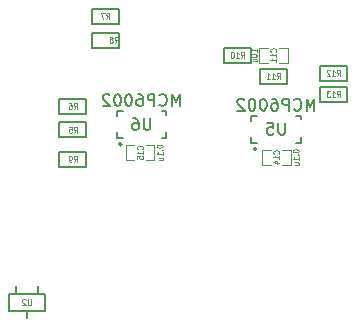
<source format=gbo>
G04 (created by PCBNEW (2013-mar-13)-testing) date Fri 28 Feb 2014 04:48:04 PM CET*
%MOIN*%
G04 Gerber Fmt 3.4, Leading zero omitted, Abs format*
%FSLAX34Y34*%
G01*
G70*
G90*
G04 APERTURE LIST*
%ADD10C,0.005906*%
%ADD11C,0.004700*%
%ADD12C,0.005000*%
%ADD13C,0.004500*%
%ADD14C,0.003900*%
G04 APERTURE END LIST*
G54D10*
G54D11*
X49597Y-22644D02*
X49872Y-22644D01*
X49203Y-22644D02*
X48928Y-22644D01*
X49597Y-23156D02*
X49872Y-23156D01*
X48928Y-23156D02*
X49203Y-23156D01*
X49872Y-23150D02*
X49872Y-22650D01*
X48928Y-22650D02*
X48928Y-23150D01*
X49303Y-26556D02*
X49028Y-26556D01*
X49697Y-26556D02*
X49972Y-26556D01*
X49303Y-26044D02*
X49028Y-26044D01*
X49972Y-26044D02*
X49697Y-26044D01*
X49028Y-26050D02*
X49028Y-26550D01*
X49972Y-26550D02*
X49972Y-26050D01*
X44763Y-26397D02*
X44488Y-26397D01*
X45157Y-26397D02*
X45432Y-26397D01*
X44763Y-25885D02*
X44488Y-25885D01*
X45432Y-25885D02*
X45157Y-25885D01*
X44488Y-25891D02*
X44488Y-26391D01*
X45432Y-26391D02*
X45432Y-25891D01*
G54D12*
X42266Y-25643D02*
X43166Y-25643D01*
X43166Y-25643D02*
X43166Y-25143D01*
X43166Y-25143D02*
X42266Y-25143D01*
X42266Y-25143D02*
X42266Y-25643D01*
X42266Y-24856D02*
X43166Y-24856D01*
X43166Y-24856D02*
X43166Y-24356D01*
X43166Y-24356D02*
X42266Y-24356D01*
X42266Y-24356D02*
X42266Y-24856D01*
X44250Y-21350D02*
X43350Y-21350D01*
X43350Y-21350D02*
X43350Y-21850D01*
X43350Y-21850D02*
X44250Y-21850D01*
X44250Y-21850D02*
X44250Y-21350D01*
X43350Y-22650D02*
X44250Y-22650D01*
X44250Y-22650D02*
X44250Y-22150D01*
X44250Y-22150D02*
X43350Y-22150D01*
X43350Y-22150D02*
X43350Y-22650D01*
X42266Y-26627D02*
X43166Y-26627D01*
X43166Y-26627D02*
X43166Y-26127D01*
X43166Y-26127D02*
X42266Y-26127D01*
X42266Y-26127D02*
X42266Y-26627D01*
X47750Y-23150D02*
X48650Y-23150D01*
X48650Y-23150D02*
X48650Y-22650D01*
X48650Y-22650D02*
X47750Y-22650D01*
X47750Y-22650D02*
X47750Y-23150D01*
X48950Y-23850D02*
X49850Y-23850D01*
X49850Y-23850D02*
X49850Y-23350D01*
X49850Y-23350D02*
X48950Y-23350D01*
X48950Y-23350D02*
X48950Y-23850D01*
X50950Y-23750D02*
X51850Y-23750D01*
X51850Y-23750D02*
X51850Y-23250D01*
X51850Y-23250D02*
X50950Y-23250D01*
X50950Y-23250D02*
X50950Y-23750D01*
X51850Y-23950D02*
X50950Y-23950D01*
X50950Y-23950D02*
X50950Y-24450D01*
X50950Y-24450D02*
X51850Y-24450D01*
X51850Y-24450D02*
X51850Y-23950D01*
X41556Y-30866D02*
X41556Y-30606D01*
X40806Y-30866D02*
X40806Y-30606D01*
X41181Y-31416D02*
X41181Y-31676D01*
X40591Y-31416D02*
X41771Y-31416D01*
X41771Y-31416D02*
X41771Y-30866D01*
X41771Y-30866D02*
X40591Y-30866D01*
X40591Y-30866D02*
X40591Y-31416D01*
G54D10*
X48835Y-26023D02*
G75*
G03X48835Y-26023I-55J0D01*
G74*
G01*
X48858Y-24921D02*
X48661Y-24921D01*
X48661Y-24921D02*
X48661Y-25078D01*
X50314Y-24921D02*
X50157Y-24921D01*
X50314Y-25039D02*
X50314Y-24921D01*
X50157Y-25826D02*
X50314Y-25826D01*
X50314Y-25826D02*
X50314Y-25629D01*
X48661Y-25629D02*
X48661Y-25826D01*
X48661Y-25826D02*
X48858Y-25826D01*
X44347Y-25866D02*
G75*
G03X44347Y-25866I-55J0D01*
G74*
G01*
X44370Y-24763D02*
X44173Y-24763D01*
X44173Y-24763D02*
X44173Y-24921D01*
X45826Y-24763D02*
X45669Y-24763D01*
X45826Y-24881D02*
X45826Y-24763D01*
X45669Y-25669D02*
X45826Y-25669D01*
X45826Y-25669D02*
X45826Y-25472D01*
X44173Y-25472D02*
X44173Y-25669D01*
X44173Y-25669D02*
X44370Y-25669D01*
G54D13*
X49471Y-22784D02*
X49480Y-22775D01*
X49490Y-22750D01*
X49490Y-22732D01*
X49480Y-22707D01*
X49461Y-22690D01*
X49442Y-22681D01*
X49404Y-22672D01*
X49376Y-22672D01*
X49338Y-22681D01*
X49319Y-22690D01*
X49300Y-22707D01*
X49290Y-22732D01*
X49290Y-22750D01*
X49300Y-22775D01*
X49309Y-22784D01*
X49490Y-22955D02*
X49490Y-22852D01*
X49490Y-22904D02*
X49290Y-22904D01*
X49319Y-22887D01*
X49338Y-22870D01*
X49347Y-22852D01*
X49490Y-23127D02*
X49490Y-23024D01*
X49490Y-23075D02*
X49290Y-23075D01*
X49319Y-23058D01*
X49338Y-23041D01*
X49347Y-23024D01*
X48840Y-22784D02*
X48840Y-22681D01*
X48840Y-22732D02*
X48640Y-22732D01*
X48669Y-22715D01*
X48688Y-22698D01*
X48697Y-22681D01*
X48640Y-22895D02*
X48640Y-22912D01*
X48650Y-22930D01*
X48659Y-22938D01*
X48678Y-22947D01*
X48716Y-22955D01*
X48764Y-22955D01*
X48802Y-22947D01*
X48821Y-22938D01*
X48830Y-22930D01*
X48840Y-22912D01*
X48840Y-22895D01*
X48830Y-22878D01*
X48821Y-22870D01*
X48802Y-22861D01*
X48764Y-22852D01*
X48716Y-22852D01*
X48678Y-22861D01*
X48659Y-22870D01*
X48650Y-22878D01*
X48640Y-22895D01*
X48707Y-23110D02*
X48840Y-23110D01*
X48707Y-23032D02*
X48811Y-23032D01*
X48830Y-23041D01*
X48840Y-23058D01*
X48840Y-23084D01*
X48830Y-23101D01*
X48821Y-23110D01*
X49571Y-26184D02*
X49580Y-26175D01*
X49590Y-26150D01*
X49590Y-26132D01*
X49580Y-26107D01*
X49561Y-26090D01*
X49542Y-26081D01*
X49504Y-26072D01*
X49476Y-26072D01*
X49438Y-26081D01*
X49419Y-26090D01*
X49400Y-26107D01*
X49390Y-26132D01*
X49390Y-26150D01*
X49400Y-26175D01*
X49409Y-26184D01*
X49590Y-26355D02*
X49590Y-26252D01*
X49590Y-26304D02*
X49390Y-26304D01*
X49419Y-26287D01*
X49438Y-26270D01*
X49447Y-26252D01*
X49457Y-26510D02*
X49590Y-26510D01*
X49380Y-26467D02*
X49523Y-26424D01*
X49523Y-26535D01*
X50040Y-26081D02*
X50040Y-26098D01*
X50050Y-26115D01*
X50059Y-26124D01*
X50078Y-26132D01*
X50116Y-26141D01*
X50164Y-26141D01*
X50202Y-26132D01*
X50221Y-26124D01*
X50230Y-26115D01*
X50240Y-26098D01*
X50240Y-26081D01*
X50230Y-26064D01*
X50221Y-26055D01*
X50202Y-26047D01*
X50164Y-26038D01*
X50116Y-26038D01*
X50078Y-26047D01*
X50059Y-26055D01*
X50050Y-26064D01*
X50040Y-26081D01*
X50221Y-26218D02*
X50230Y-26227D01*
X50240Y-26218D01*
X50230Y-26210D01*
X50221Y-26218D01*
X50240Y-26218D01*
X50240Y-26398D02*
X50240Y-26295D01*
X50240Y-26347D02*
X50040Y-26347D01*
X50069Y-26330D01*
X50088Y-26312D01*
X50097Y-26295D01*
X50107Y-26552D02*
X50240Y-26552D01*
X50107Y-26475D02*
X50211Y-26475D01*
X50230Y-26484D01*
X50240Y-26501D01*
X50240Y-26527D01*
X50230Y-26544D01*
X50221Y-26552D01*
X45032Y-26026D02*
X45041Y-26017D01*
X45051Y-25991D01*
X45051Y-25974D01*
X45041Y-25948D01*
X45022Y-25931D01*
X45003Y-25923D01*
X44965Y-25914D01*
X44936Y-25914D01*
X44898Y-25923D01*
X44879Y-25931D01*
X44860Y-25948D01*
X44851Y-25974D01*
X44851Y-25991D01*
X44860Y-26017D01*
X44870Y-26026D01*
X45051Y-26197D02*
X45051Y-26094D01*
X45051Y-26146D02*
X44851Y-26146D01*
X44879Y-26128D01*
X44898Y-26111D01*
X44908Y-26094D01*
X44851Y-26360D02*
X44851Y-26274D01*
X44946Y-26266D01*
X44936Y-26274D01*
X44927Y-26291D01*
X44927Y-26334D01*
X44936Y-26351D01*
X44946Y-26360D01*
X44965Y-26368D01*
X45013Y-26368D01*
X45032Y-26360D01*
X45041Y-26351D01*
X45051Y-26334D01*
X45051Y-26291D01*
X45041Y-26274D01*
X45032Y-26266D01*
X45501Y-25923D02*
X45501Y-25940D01*
X45510Y-25957D01*
X45520Y-25966D01*
X45539Y-25974D01*
X45577Y-25983D01*
X45624Y-25983D01*
X45663Y-25974D01*
X45682Y-25966D01*
X45691Y-25957D01*
X45701Y-25940D01*
X45701Y-25923D01*
X45691Y-25906D01*
X45682Y-25897D01*
X45663Y-25888D01*
X45624Y-25880D01*
X45577Y-25880D01*
X45539Y-25888D01*
X45520Y-25897D01*
X45510Y-25906D01*
X45501Y-25923D01*
X45682Y-26060D02*
X45691Y-26068D01*
X45701Y-26060D01*
X45691Y-26051D01*
X45682Y-26060D01*
X45701Y-26060D01*
X45701Y-26240D02*
X45701Y-26137D01*
X45701Y-26188D02*
X45501Y-26188D01*
X45529Y-26171D01*
X45548Y-26154D01*
X45558Y-26137D01*
X45567Y-26394D02*
X45701Y-26394D01*
X45567Y-26317D02*
X45672Y-26317D01*
X45691Y-26326D01*
X45701Y-26343D01*
X45701Y-26368D01*
X45691Y-26386D01*
X45682Y-26394D01*
X42746Y-25484D02*
X42806Y-25388D01*
X42849Y-25484D02*
X42849Y-25284D01*
X42780Y-25284D01*
X42763Y-25293D01*
X42755Y-25303D01*
X42746Y-25322D01*
X42746Y-25350D01*
X42755Y-25369D01*
X42763Y-25379D01*
X42780Y-25388D01*
X42849Y-25388D01*
X42583Y-25284D02*
X42669Y-25284D01*
X42677Y-25379D01*
X42669Y-25369D01*
X42652Y-25360D01*
X42609Y-25360D01*
X42592Y-25369D01*
X42583Y-25379D01*
X42575Y-25398D01*
X42575Y-25446D01*
X42583Y-25465D01*
X42592Y-25474D01*
X42609Y-25484D01*
X42652Y-25484D01*
X42669Y-25474D01*
X42677Y-25465D01*
X42746Y-24696D02*
X42806Y-24601D01*
X42849Y-24696D02*
X42849Y-24496D01*
X42780Y-24496D01*
X42763Y-24506D01*
X42755Y-24515D01*
X42746Y-24534D01*
X42746Y-24563D01*
X42755Y-24582D01*
X42763Y-24592D01*
X42780Y-24601D01*
X42849Y-24601D01*
X42592Y-24496D02*
X42626Y-24496D01*
X42643Y-24506D01*
X42652Y-24515D01*
X42669Y-24544D01*
X42677Y-24582D01*
X42677Y-24658D01*
X42669Y-24677D01*
X42660Y-24687D01*
X42643Y-24696D01*
X42609Y-24696D01*
X42592Y-24687D01*
X42583Y-24677D01*
X42575Y-24658D01*
X42575Y-24611D01*
X42583Y-24592D01*
X42592Y-24582D01*
X42609Y-24572D01*
X42643Y-24572D01*
X42660Y-24582D01*
X42669Y-24592D01*
X42677Y-24611D01*
X43830Y-21690D02*
X43890Y-21595D01*
X43932Y-21690D02*
X43932Y-21490D01*
X43864Y-21490D01*
X43847Y-21500D01*
X43838Y-21509D01*
X43830Y-21528D01*
X43830Y-21557D01*
X43838Y-21576D01*
X43847Y-21585D01*
X43864Y-21595D01*
X43932Y-21595D01*
X43770Y-21490D02*
X43650Y-21490D01*
X43727Y-21690D01*
X44111Y-22492D02*
X44171Y-22396D01*
X44213Y-22492D02*
X44213Y-22292D01*
X44145Y-22292D01*
X44128Y-22301D01*
X44119Y-22311D01*
X44111Y-22330D01*
X44111Y-22358D01*
X44119Y-22377D01*
X44128Y-22387D01*
X44145Y-22396D01*
X44213Y-22396D01*
X44008Y-22377D02*
X44025Y-22368D01*
X44033Y-22358D01*
X44042Y-22339D01*
X44042Y-22330D01*
X44033Y-22311D01*
X44025Y-22301D01*
X44008Y-22292D01*
X43973Y-22292D01*
X43956Y-22301D01*
X43948Y-22311D01*
X43939Y-22330D01*
X43939Y-22339D01*
X43948Y-22358D01*
X43956Y-22368D01*
X43973Y-22377D01*
X44008Y-22377D01*
X44025Y-22387D01*
X44033Y-22396D01*
X44042Y-22415D01*
X44042Y-22453D01*
X44033Y-22473D01*
X44025Y-22482D01*
X44008Y-22492D01*
X43973Y-22492D01*
X43956Y-22482D01*
X43948Y-22473D01*
X43939Y-22453D01*
X43939Y-22415D01*
X43948Y-22396D01*
X43956Y-22387D01*
X43973Y-22377D01*
X42746Y-26468D02*
X42806Y-26373D01*
X42849Y-26468D02*
X42849Y-26268D01*
X42780Y-26268D01*
X42763Y-26277D01*
X42755Y-26287D01*
X42746Y-26306D01*
X42746Y-26335D01*
X42755Y-26354D01*
X42763Y-26363D01*
X42780Y-26373D01*
X42849Y-26373D01*
X42660Y-26468D02*
X42626Y-26468D01*
X42609Y-26458D01*
X42600Y-26449D01*
X42583Y-26420D01*
X42575Y-26382D01*
X42575Y-26306D01*
X42583Y-26287D01*
X42592Y-26277D01*
X42609Y-26268D01*
X42643Y-26268D01*
X42660Y-26277D01*
X42669Y-26287D01*
X42677Y-26306D01*
X42677Y-26354D01*
X42669Y-26373D01*
X42660Y-26382D01*
X42643Y-26392D01*
X42609Y-26392D01*
X42592Y-26382D01*
X42583Y-26373D01*
X42575Y-26354D01*
X48315Y-22990D02*
X48375Y-22895D01*
X48418Y-22990D02*
X48418Y-22790D01*
X48350Y-22790D01*
X48332Y-22800D01*
X48324Y-22809D01*
X48315Y-22828D01*
X48315Y-22857D01*
X48324Y-22876D01*
X48332Y-22885D01*
X48350Y-22895D01*
X48418Y-22895D01*
X48144Y-22990D02*
X48247Y-22990D01*
X48195Y-22990D02*
X48195Y-22790D01*
X48212Y-22819D01*
X48230Y-22838D01*
X48247Y-22847D01*
X48032Y-22790D02*
X48015Y-22790D01*
X47998Y-22800D01*
X47990Y-22809D01*
X47981Y-22828D01*
X47972Y-22866D01*
X47972Y-22914D01*
X47981Y-22952D01*
X47990Y-22971D01*
X47998Y-22980D01*
X48015Y-22990D01*
X48032Y-22990D01*
X48050Y-22980D01*
X48058Y-22971D01*
X48067Y-22952D01*
X48075Y-22914D01*
X48075Y-22866D01*
X48067Y-22828D01*
X48058Y-22809D01*
X48050Y-22800D01*
X48032Y-22790D01*
X49515Y-23690D02*
X49575Y-23595D01*
X49618Y-23690D02*
X49618Y-23490D01*
X49550Y-23490D01*
X49532Y-23500D01*
X49524Y-23509D01*
X49515Y-23528D01*
X49515Y-23557D01*
X49524Y-23576D01*
X49532Y-23585D01*
X49550Y-23595D01*
X49618Y-23595D01*
X49344Y-23690D02*
X49447Y-23690D01*
X49395Y-23690D02*
X49395Y-23490D01*
X49412Y-23519D01*
X49430Y-23538D01*
X49447Y-23547D01*
X49172Y-23690D02*
X49275Y-23690D01*
X49224Y-23690D02*
X49224Y-23490D01*
X49241Y-23519D01*
X49258Y-23538D01*
X49275Y-23547D01*
X51515Y-23590D02*
X51575Y-23495D01*
X51618Y-23590D02*
X51618Y-23390D01*
X51550Y-23390D01*
X51532Y-23400D01*
X51524Y-23409D01*
X51515Y-23428D01*
X51515Y-23457D01*
X51524Y-23476D01*
X51532Y-23485D01*
X51550Y-23495D01*
X51618Y-23495D01*
X51344Y-23590D02*
X51447Y-23590D01*
X51395Y-23590D02*
X51395Y-23390D01*
X51412Y-23419D01*
X51430Y-23438D01*
X51447Y-23447D01*
X51275Y-23409D02*
X51267Y-23400D01*
X51250Y-23390D01*
X51207Y-23390D01*
X51190Y-23400D01*
X51181Y-23409D01*
X51172Y-23428D01*
X51172Y-23447D01*
X51181Y-23476D01*
X51284Y-23590D01*
X51172Y-23590D01*
X51515Y-24290D02*
X51575Y-24195D01*
X51618Y-24290D02*
X51618Y-24090D01*
X51550Y-24090D01*
X51532Y-24100D01*
X51524Y-24109D01*
X51515Y-24128D01*
X51515Y-24157D01*
X51524Y-24176D01*
X51532Y-24185D01*
X51550Y-24195D01*
X51618Y-24195D01*
X51344Y-24290D02*
X51447Y-24290D01*
X51395Y-24290D02*
X51395Y-24090D01*
X51412Y-24119D01*
X51430Y-24138D01*
X51447Y-24147D01*
X51284Y-24090D02*
X51172Y-24090D01*
X51232Y-24166D01*
X51207Y-24166D01*
X51190Y-24176D01*
X51181Y-24185D01*
X51172Y-24204D01*
X51172Y-24252D01*
X51181Y-24271D01*
X51190Y-24280D01*
X51207Y-24290D01*
X51258Y-24290D01*
X51275Y-24280D01*
X51284Y-24271D01*
G54D14*
X41331Y-31033D02*
X41331Y-31193D01*
X41321Y-31212D01*
X41312Y-31221D01*
X41293Y-31230D01*
X41256Y-31230D01*
X41237Y-31221D01*
X41228Y-31212D01*
X41218Y-31193D01*
X41218Y-31033D01*
X41134Y-31052D02*
X41124Y-31043D01*
X41106Y-31033D01*
X41059Y-31033D01*
X41040Y-31043D01*
X41031Y-31052D01*
X41021Y-31071D01*
X41021Y-31090D01*
X41031Y-31118D01*
X41143Y-31230D01*
X41021Y-31230D01*
G54D10*
X49788Y-25153D02*
X49788Y-25472D01*
X49769Y-25509D01*
X49750Y-25528D01*
X49713Y-25547D01*
X49638Y-25547D01*
X49600Y-25528D01*
X49581Y-25509D01*
X49563Y-25472D01*
X49563Y-25153D01*
X49188Y-25153D02*
X49375Y-25153D01*
X49394Y-25341D01*
X49375Y-25322D01*
X49338Y-25303D01*
X49244Y-25303D01*
X49206Y-25322D01*
X49188Y-25341D01*
X49169Y-25378D01*
X49169Y-25472D01*
X49188Y-25509D01*
X49206Y-25528D01*
X49244Y-25547D01*
X49338Y-25547D01*
X49375Y-25528D01*
X49394Y-25509D01*
X50763Y-24747D02*
X50763Y-24353D01*
X50631Y-24634D01*
X50500Y-24353D01*
X50500Y-24747D01*
X50088Y-24709D02*
X50106Y-24728D01*
X50163Y-24747D01*
X50200Y-24747D01*
X50256Y-24728D01*
X50294Y-24691D01*
X50313Y-24653D01*
X50331Y-24578D01*
X50331Y-24522D01*
X50313Y-24447D01*
X50294Y-24409D01*
X50256Y-24372D01*
X50200Y-24353D01*
X50163Y-24353D01*
X50106Y-24372D01*
X50088Y-24391D01*
X49919Y-24747D02*
X49919Y-24353D01*
X49769Y-24353D01*
X49731Y-24372D01*
X49713Y-24391D01*
X49694Y-24428D01*
X49694Y-24484D01*
X49713Y-24522D01*
X49731Y-24541D01*
X49769Y-24559D01*
X49919Y-24559D01*
X49356Y-24353D02*
X49431Y-24353D01*
X49469Y-24372D01*
X49488Y-24391D01*
X49525Y-24447D01*
X49544Y-24522D01*
X49544Y-24672D01*
X49525Y-24709D01*
X49506Y-24728D01*
X49469Y-24747D01*
X49394Y-24747D01*
X49356Y-24728D01*
X49338Y-24709D01*
X49319Y-24672D01*
X49319Y-24578D01*
X49338Y-24541D01*
X49356Y-24522D01*
X49394Y-24503D01*
X49469Y-24503D01*
X49506Y-24522D01*
X49525Y-24541D01*
X49544Y-24578D01*
X49075Y-24353D02*
X49038Y-24353D01*
X49000Y-24372D01*
X48982Y-24391D01*
X48963Y-24428D01*
X48944Y-24503D01*
X48944Y-24597D01*
X48963Y-24672D01*
X48982Y-24709D01*
X49000Y-24728D01*
X49038Y-24747D01*
X49075Y-24747D01*
X49113Y-24728D01*
X49131Y-24709D01*
X49150Y-24672D01*
X49169Y-24597D01*
X49169Y-24503D01*
X49150Y-24428D01*
X49131Y-24391D01*
X49113Y-24372D01*
X49075Y-24353D01*
X48700Y-24353D02*
X48663Y-24353D01*
X48625Y-24372D01*
X48607Y-24391D01*
X48588Y-24428D01*
X48569Y-24503D01*
X48569Y-24597D01*
X48588Y-24672D01*
X48607Y-24709D01*
X48625Y-24728D01*
X48663Y-24747D01*
X48700Y-24747D01*
X48738Y-24728D01*
X48757Y-24709D01*
X48775Y-24672D01*
X48794Y-24597D01*
X48794Y-24503D01*
X48775Y-24428D01*
X48757Y-24391D01*
X48738Y-24372D01*
X48700Y-24353D01*
X48419Y-24391D02*
X48400Y-24372D01*
X48363Y-24353D01*
X48269Y-24353D01*
X48232Y-24372D01*
X48213Y-24391D01*
X48194Y-24428D01*
X48194Y-24466D01*
X48213Y-24522D01*
X48438Y-24747D01*
X48194Y-24747D01*
X45299Y-24996D02*
X45299Y-25314D01*
X45281Y-25352D01*
X45262Y-25371D01*
X45224Y-25389D01*
X45149Y-25389D01*
X45112Y-25371D01*
X45093Y-25352D01*
X45074Y-25314D01*
X45074Y-24996D01*
X44718Y-24996D02*
X44793Y-24996D01*
X44831Y-25014D01*
X44850Y-25033D01*
X44887Y-25089D01*
X44906Y-25164D01*
X44906Y-25314D01*
X44887Y-25352D01*
X44868Y-25371D01*
X44831Y-25389D01*
X44756Y-25389D01*
X44718Y-25371D01*
X44700Y-25352D01*
X44681Y-25314D01*
X44681Y-25221D01*
X44700Y-25183D01*
X44718Y-25164D01*
X44756Y-25146D01*
X44831Y-25146D01*
X44868Y-25164D01*
X44887Y-25183D01*
X44906Y-25221D01*
X46274Y-24589D02*
X46274Y-24196D01*
X46143Y-24477D01*
X46012Y-24196D01*
X46012Y-24589D01*
X45599Y-24552D02*
X45618Y-24571D01*
X45674Y-24589D01*
X45712Y-24589D01*
X45768Y-24571D01*
X45806Y-24533D01*
X45824Y-24496D01*
X45843Y-24421D01*
X45843Y-24364D01*
X45824Y-24289D01*
X45806Y-24252D01*
X45768Y-24214D01*
X45712Y-24196D01*
X45674Y-24196D01*
X45618Y-24214D01*
X45599Y-24233D01*
X45431Y-24589D02*
X45431Y-24196D01*
X45281Y-24196D01*
X45243Y-24214D01*
X45224Y-24233D01*
X45206Y-24271D01*
X45206Y-24327D01*
X45224Y-24364D01*
X45243Y-24383D01*
X45281Y-24402D01*
X45431Y-24402D01*
X44868Y-24196D02*
X44943Y-24196D01*
X44981Y-24214D01*
X45000Y-24233D01*
X45037Y-24289D01*
X45056Y-24364D01*
X45056Y-24514D01*
X45037Y-24552D01*
X45018Y-24571D01*
X44981Y-24589D01*
X44906Y-24589D01*
X44868Y-24571D01*
X44850Y-24552D01*
X44831Y-24514D01*
X44831Y-24421D01*
X44850Y-24383D01*
X44868Y-24364D01*
X44906Y-24346D01*
X44981Y-24346D01*
X45018Y-24364D01*
X45037Y-24383D01*
X45056Y-24421D01*
X44587Y-24196D02*
X44550Y-24196D01*
X44512Y-24214D01*
X44493Y-24233D01*
X44475Y-24271D01*
X44456Y-24346D01*
X44456Y-24439D01*
X44475Y-24514D01*
X44493Y-24552D01*
X44512Y-24571D01*
X44550Y-24589D01*
X44587Y-24589D01*
X44625Y-24571D01*
X44643Y-24552D01*
X44662Y-24514D01*
X44681Y-24439D01*
X44681Y-24346D01*
X44662Y-24271D01*
X44643Y-24233D01*
X44625Y-24214D01*
X44587Y-24196D01*
X44212Y-24196D02*
X44175Y-24196D01*
X44137Y-24214D01*
X44118Y-24233D01*
X44100Y-24271D01*
X44081Y-24346D01*
X44081Y-24439D01*
X44100Y-24514D01*
X44118Y-24552D01*
X44137Y-24571D01*
X44175Y-24589D01*
X44212Y-24589D01*
X44250Y-24571D01*
X44268Y-24552D01*
X44287Y-24514D01*
X44306Y-24439D01*
X44306Y-24346D01*
X44287Y-24271D01*
X44268Y-24233D01*
X44250Y-24214D01*
X44212Y-24196D01*
X43931Y-24233D02*
X43912Y-24214D01*
X43875Y-24196D01*
X43781Y-24196D01*
X43743Y-24214D01*
X43725Y-24233D01*
X43706Y-24271D01*
X43706Y-24308D01*
X43725Y-24364D01*
X43950Y-24589D01*
X43706Y-24589D01*
M02*

</source>
